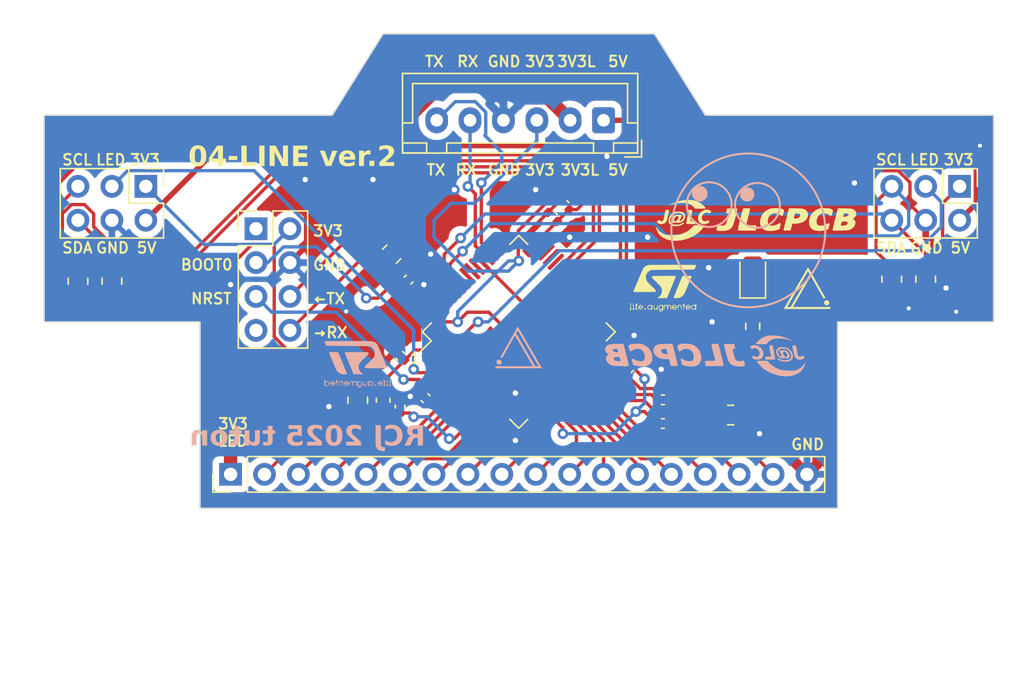
<source format=kicad_pcb>
(kicad_pcb (version 20221018) (generator pcbnew)
  (layers (0 "F.Cu" signal) (31 "B.Cu" signal) (34 "B.Paste" user) (35 "F.Paste" user) (36 "B.SilkS" user "B.Silkscreen") (37 "F.SilkS" user "F.Silkscreen") (38 "B.Mask" user) (39 "F.Mask" user) (44 "Edge.Cuts" user))
  (net 0 "")
  (net 1 "GND")
  (net 2 "Net-(U1-VCAP_1)")
  (net 3 "+3V3")
  (net 4 "Net-(U1-VDDA)")
  (net 5 "Net-(D1-K)")
  (net 6 "5V_LED")
  (net 7 "3V3_LED")
  (net 8 "UART3_RX")
  (net 9 "UART3_TX")
  (net 11 "BOOT0")
  (net 12 "NRST")
  (net 13 "UART1_TX")
  (net 15 "UART1_RX")
  (net 16 "LED_R")
  (net 17 "photo_L_7")
  (net 18 "photo_L_6")
  (net 19 "photo_L_5")
  (net 20 "photo_L_4")
  (net 21 "photo_L_3")
  (net 22 "photo_L_2")
  (net 23 "photo_L_1")
  (net 24 "photo_center")
  (net 25 "photo_front")
  (net 26 "photo_R_1")
  (net 27 "photo_R_2")
  (net 28 "photo_R_3")
  (net 29 "photo_R_4")
  (net 30 "photo_R_5")
  (net 31 "photo_R_6")
  (net 32 "photo_R_7")
  (net 33 "LED_L")
  (net 34 "I2C2_SCL")
  (net 35 "I2C2_SDA")
  (net 36 "Net-(U1-PB2)")
  (net 37 "I2C1_SCL")
  (net 38 "I2C1_SDA")
  (net 49 "I2C3_SDA")
  (net 50 "I2C3_SCL")
  (net 53 "SWDIO")
  (net 54 "SWCLK")
  (footprint "Connector_PinHeader_2.54mm:PinHeader_1x18_P2.54mm_Vertical" (layer "F.Cu") (at 80.01 109.22 90)
    (fp_text reference "J4" hide)
    (fp_text value "Conn_01x18" hide)
  )
  (footprint "Capacitor_SMD:C_0402_1005Metric" (layer "F.Cu") (at 93.345 94.615 -135)
    (fp_text reference "C8" hide)
    (fp_text value "100n" hide)
  )
  (footprint "Connector_PinHeader_2.54mm:PinHeader_2x03_P2.54mm_Vertical" (layer "F.Cu") (at 134.62 87.63 -90)
    (fp_text reference "J3" hide)
    (fp_text value "CS_R" hide)
  )
  (footprint "Resistor_SMD:R_0805_2012Metric" (layer "F.Cu") (at 117.475 104.775)
    (fp_text reference "R2" hide)
    (fp_text value "10k" hide)
  )
  (footprint "Connector_JST:JST_XH_B6B-XH-A_1x06_P2.50mm_Vertical" (layer "F.Cu") (at 107.95 82.677 180)
    (fp_text reference "J1" hide)
    (fp_text value "Conn_01x06" hide)
  )
  (footprint "Connector_PinHeader_2.54mm:PinHeader_2x04_P2.54mm_Vertical" (layer "F.Cu") (at 81.915 90.805)
    (fp_text reference "J2" hide)
    (fp_text value "WRITER CONN" hide)
  )
  (footprint "Package_QFP:LQFP-64_10x10mm_P0.5mm" (layer "F.Cu") (at 101.6 98.536179 45)
    (fp_text reference "U1" hide)
    (fp_text value "STM32F446RETx" hide)
  )
  (footprint "Resistor_SMD:R_0805_2012Metric" (layer "F.Cu") (at 132.08 94.5915 -90)
    (fp_text reference "R5" hide)
    (fp_text value "10k" hide)
  )
  (footprint "Capacitor_SMD:C_0603_1608Metric" (layer "F.Cu") (at 91.44 103.66 -90)
    (fp_text reference "C10" hide)
    (fp_text value "1u" hide)
  )
  (footprint "Capacitor_SMD:C_0402_1005Metric" (layer "F.Cu") (at 92.71 104.14 -90)
    (fp_text reference "C9" hide)
    (fp_text value "100n" hide)
  )
  (footprint "logo:tuton_logo_small" (layer "F.Cu") (at 123.19 95.25)
    (fp_text reference "G***" hide)
    (fp_text value "LOGO" hide)
  )
  (footprint "Connector_PinHeader_2.54mm:PinHeader_2x03_P2.54mm_Vertical" (layer "F.Cu") (at 73.66 87.63 -90)
    (fp_text reference "J5" hide)
    (fp_text value "CS_L" hide)
  )
  (footprint "Capacitor_SMD:C_0402_1005Metric" (layer "F.Cu") (at 105.029 89.027 135)
    (fp_text reference "C7" hide)
    (fp_text value "4.7u" hide)
  )
  (footprint "Resistor_SMD:R_0805_2012Metric" (layer "F.Cu") (at 129.54 94.5915 -90)
    (fp_text reference "R4" hide)
    (fp_text value "10k" hide)
  )
  (footprint "logo:jlcpcb_logo" (layer "F.Cu") (at 119.38 90.17)
    (fp_text reference "G***" hide)
    (fp_text value "LOGO" hide)
  )
  (footprint "Resistor_SMD:R_0805_2012Metric" (layer "F.Cu") (at 71.12 94.742 -90)
    (fp_text reference "R7" hide)
    (fp_text value "10k" hide)
  )
  (footprint "Capacitor_SMD:C_0402_1005Metric" (layer "F.Cu") (at 94.615 103.505 -45)
    (fp_text reference "C1" hide)
    (fp_text value "100n" hide)
  )
  (footprint "Resistor_SMD:R_0603_1608Metric" (layer "F.Cu") (at 119.126 98.1225 90)
    (fp_text reference "R3" hide)
    (fp_text value "470" hide)
  )
  (footprint "logo:st_logo" (layer "F.Cu") (at 112.395 95.25)
    (fp_text reference "G***" hide)
    (fp_text value "LOGO" hide)
  )
  (footprint "Capacitor_SMD:C_0402_1005Metric" (layer "F.Cu") (at 92.71 100.33 -45)
    (fp_text reference "C3" hide)
    (fp_text value "100n" hide)
  )
  (footprint "Resistor_SMD:R_0805_2012Metric" (layer "F.Cu") (at 92.075 92.71 -135)
    (fp_text reference "R1" hide)
    (fp_text value "10k" hide)
  )
  (footprint "Resistor_SMD:R_0805_2012Metric" (layer "F.Cu") (at 68.58 94.742 -90)
    (fp_text reference "R6" hide)
    (fp_text value "10k" hide)
  )
  (footprint "LED_SMD:LED_0805_2012Metric" (layer "F.Cu") (at 119.126 94.3125 90)
    (fp_text reference "D1" hide)
    (fp_text value "LED_GREEN" hide)
  )
  (footprint "Capacitor_SMD:C_0402_1005Metric" (layer "F.Cu") (at 104.14 89.916 -45)
    (fp_text reference "C6" hide)
    (fp_text value "100n" hide)
  )
  (footprint "Capacitor_SMD:C_0402_1005Metric" (layer "F.Cu") (at 109.855 101.260589 45)
    (fp_text reference "C5" hide)
    (fp_text value "100n" hide)
  )
  (footprint "Capacitor_SMD:C_0402_1005Metric" (layer "F.Cu") (at 112.395 105.41 180)
    (fp_text reference "C4" hide)
    (fp_text value "100n" hide)
  )
  (footprint "Capacitor_SMD:C_0402_1005Metric" (layer "F.Cu") (at 112.395 103.632)
    (fp_text reference "C2" hide)
    (fp_text value "4.7u" hide)
  )
  (footprint "Resistor_SMD:R_0805_2012Metric" (layer "F.Cu") (at 89.535 103.66 -90)
    (fp_text reference "FB1" hide)
    (fp_text value "FerriteBead" hide)
  )
  (footprint "logo:tuton_logo_small" (layer "B.Cu") (at 101.6 99.695 180)
    (fp_text reference "G***" hide)
    (fp_text value "LOGO" hide)
  )
  (footprint "logo:jlcpcb_logo" (layer "B.Cu") (at 115.57 100.33 180)
    (fp_text reference "G***" hide)
    (fp_text value "LOGO" hide)
  )
  (footprint "logo:st_logo" (layer "B.Cu") (at 89.535 100.965 180)
    (fp_text reference "G***" hide)
    (fp_text value "LOGO" hide)
  )
  (gr_circle (center 119.476368 89.055619) (end 120.296705 90.521282) (stroke (width 0.15)) (fill none) (layer "B.SilkS"))
  (gr_circle (center 118.714368 88.235282) (end 119.164031 88.138) (stroke (width 0.15)) (fill solid) (layer "B.SilkS"))
  (gr_circle (center 115.862031 88.998381) (end 116.682368 90.464044) (stroke (width 0.15)) (fill none) (layer "B.SilkS"))
  (gr_circle (center 118.793184 90.932) (end 113.205184 92.342162) (stroke (width 0.15)) (fill none) (layer "B.SilkS"))
  (gr_circle (center 115.158368 88.178044) (end 115.666368 88.119707) (stroke (width 0.15)) (fill solid) (layer "B.SilkS"))
  (gr_poly (pts (xy 66.04 82.296) (xy 66.04 97.79) (xy 77.724 97.79) (xy 77.724 111.76) (xy 125.476 111.76) (xy 125.476 97.79) (xy 137.16 97.79) (xy 137.16 82.296) (xy 115.57 82.296) (xy 111.76 76.2) (xy 91.44 76.2) (xy 87.63 82.296)) (stroke (width 0.1)) (fill none) (layer "Edge.Cuts"))
  (gr_text "RCJ 2025 tuton" (at 94.615 107.315) (layer "B.SilkS") (effects (font (size 1.5 1.5) (thickness 0.3) bold) (justify left bottom mirror)))
  (gr_text "TX\n" (at 94.615 86.868) (layer "F.SilkS") (effects (font (size 0.8 0.8)) (justify left bottom)))
  (gr_text "GND\n" (at 99.18 78.74) (layer "F.SilkS") (effects (font (size 0.8 0.8)) (justify left bottom)))
  (gr_text "3V3" (at 86.106 91.44) (layer "F.SilkS") (effects (font (size 0.8 0.8)) (justify left bottom)))
  (gr_text "5V\n" (at 133.858 92.71) (layer "F.SilkS") (effects (font (size 0.8 0.8)) (justify left bottom)))
  (gr_text "GND\n" (at 86.106 93.98) (layer "F.SilkS") (effects (font (size 0.8 0.8)) (justify left bottom)))
  (gr_text "GND\n" (at 121.92 107.442) (layer "F.SilkS") (effects (font (size 0.8 0.8)) (justify left bottom)))
  (gr_text "TX\n" (at 94.488 78.74) (layer "F.SilkS") (effects (font (size 0.8 0.8)) (justify left bottom)))
  (gr_text "RX" (at 96.774 86.868) (layer "F.SilkS") (effects (font (size 0.8 0.8)) (justify left bottom)))
  (gr_text "3V3" (at 101.974 86.868) (layer "F.SilkS") (effects (font (size 0.8 0.8)) (justify left bottom)))
  (gr_text "GND\n" (at 69.85 92.71) (layer "F.SilkS") (effects (font (size 0.8 0.8)) (justify left bottom)))
  (gr_text "3V3" (at 72.39 86.106) (layer "F.SilkS") (effects (font (size 0.8 0.8)) (justify left bottom)))
  (gr_text "5V" (at 108.204 86.868) (layer "F.SilkS") (effects (font (size 0.8 0.8)) (justify left bottom)))
  (gr_text "SCL\n" (at 128.27 86.106) (layer "F.SilkS") (effects (font (size 0.8 0.8)) (justify left bottom)))
  (gr_text "LED\n" (at 130.81 86.106) (layer "F.SilkS") (effects (font (size 0.8 0.8)) (justify left bottom)))
  (gr_text "→RX" (at 86.106 99.06) (layer "F.SilkS") (effects (font (size 0.8 0.8)) (justify left bottom)))
  (gr_text "SDA" (at 67.31 92.71) (layer "F.SilkS") (effects (font (size 0.8 0.8)) (justify left bottom)))
  (gr_text "3V3" (at 133.35 86.106) (layer "F.SilkS") (effects (font (size 0.8 0.8)) (justify left bottom)))
  (gr_text "1" (at 93.345 100.965) (layer "F.SilkS") (effects (font (size 0.8 0.8)) (justify left bottom)))
  (gr_text "NRST\n" (at 76.962 96.52) (layer "F.SilkS") (effects (font (size 0.8 0.8)) (justify left bottom)))
  (gr_text "←TX\n" (at 86.106 96.52) (layer "F.SilkS") (effects (font (size 0.8 0.8)) (justify left bottom)))
  (gr_text "BOOT0\n" (at 76.2 93.98) (layer "F.SilkS") (effects (font (size 0.8 0.8)) (justify left bottom)))
  (gr_text "RX" (at 96.894 78.74) (layer "F.SilkS") (effects (font (size 0.8 0.8)) (justify left bottom)))
  (gr_text "3V3\nLED" (at 78.994 107.188) (layer "F.SilkS") (effects (font (size 0.8 0.8)) (justify left bottom)))
  (gr_text "3V3" (at 101.974 78.74) (layer "F.SilkS") (effects (font (size 0.8 0.8)) (justify left bottom)))
  (gr_text "5V" (at 108.204 78.74) (layer "F.SilkS") (effects (font (size 0.8 0.8)) (justify left bottom)))
  (gr_text "GND\n" (at 130.81 92.71) (layer "F.SilkS") (effects (font (size 0.8 0.8)) (justify left bottom)))
  (gr_text "SCL\n" (at 67.31 86.106) (layer "F.SilkS") (effects (font (size 0.8 0.8)) (justify left bottom)))
  (gr_text "GND\n" (at 99.18 86.868) (layer "F.SilkS") (effects (font (size 0.8 0.8)) (justify left bottom)))
  (gr_text "SDA" (at 128.27 92.71) (layer "F.SilkS") (effects (font (size 0.8 0.8)) (justify left bottom)))
  (gr_text "LED\n" (at 69.85 86.106) (layer "F.SilkS") (effects (font (size 0.8 0.8)) (justify left bottom)))
  (gr_text "3V3L" (at 104.394 78.74) (layer "F.SilkS") (effects (font (size 0.8 0.8)) (justify left bottom)))
  (gr_text "04-LINE ver.2" (at 76.835 86.36) (layer "F.SilkS") (effects (font (size 1.5 1.5) (thickness 0.3) bold) (justify left bottom)))
  (gr_text "5V\n" (at 72.898 92.71) (layer "F.SilkS") (effects (font (size 0.8 0.8)) (justify left bottom)))
  (gr_text "3V3L" (at 104.648 86.868) (layer "F.SilkS") (effects (font (size 0.8 0.8)) (justify left bottom)))
  (segment (start 107.910928 100.250913) (end 109.260015 101.6) (width 0.25) (layer "F.Cu") (net 1))
  (segment (start 101.412523 103.190523) (end 101.65815 103.190523) (width 0.25) (layer "F.Cu") (net 1))
  (segment (start 92.71 103.66) (end 92.215 103.66) (width 0.25) (layer "F.Cu") (net 1))
  (segment (start 120.142 106.172) (end 119.634 106.172) (width 0.8) (layer "F.Cu") (net 1))
  (segment (start 102.355022 92.821175) (end 102.011704 92.477857) (width 0.25) (layer "F.Cu") (net 1))
  (segment (start 98.824606 103.786447) (end 99.42053 103.190523) (width 0.25) (layer "F.Cu") (net 1))
  (segment (start 101.346 103.124) (end 101.412523 103.190523) (width 0.25) (layer "F.Cu") (net 1))
  (segment (start 102.011704 92.477857) (end 102.011704 91.365474) (width 0.25) (layer "F.Cu") (net 1))
  (segment (start 109.260015 101.6) (end 109.515589 101.6) (width 0.25) (layer "F.Cu") (net 1))
  (segment (start 123.989 108.421) (end 123.989 107.696) (width 0.8) (layer "F.Cu") (net 1))
  (segment (start 132.08 90.17) (end 130.905 88.995) (width 0.25) (layer "F.Cu") (net 1))
  (segment (start 93.259589 103.165589) (end 93.204411 103.165589) (width 0.25) (layer "F.Cu") (net 1))
  (segment (start 112.342999 102.79) (end 112.875 103.322001) (width 0.25) (layer "F.Cu") (net 1))
  (segment (start 109.515589 101.6) (end 110.705589 102.79) (width 0.25) (layer "F.Cu") (net 1))
  (segment (start 99.42053 103.190523) (end 101.279477 103.190523) (width 0.25) (layer "F.Cu") (net 1))
  (segment (start 88.671233 97.002767) (end 88.671233 96.113767) (width 0.4) (layer "F.Cu") (net 1))
  (segment (start 85.705 87.229) (end 85.598 87.122) (width 0.4) (layer "F.Cu") (net 1))
  (segment (start 93.472 103.378) (end 93.259589 103.165589) (width 0.25) (layer "F.Cu") (net 1))
  (segment (start 119.126 98.9475) (end 119.126 104.0365) (width 0.25) (layer "F.Cu") (net 1))
  (segment (start 123.095 86.455) (end 115.824 93.726) (width 0.25) (layer "F.Cu") (net 1))
  (segment (start 119.126 104.0365) (end 118.3875 104.775) (width 0.25) (layer "F.Cu") (net 1))
  (segment (start 104.099985 91.44) (end 105.41 91.44) (width 0.25) (layer "F.Cu") (net 1))
  (segment (start 94.275589 103.165589) (end 93.684411 103.165589) (width 0.25) (layer "F.Cu") (net 1))
  (segment (start 112.875 103.322001) (end 112.875 103.632) (width 0.25) (layer "F.Cu") (net 1))
  (segment (start 103.314734 92.225251) (end 102.71881 92.821175) (width 0.25) (layer "F.Cu") (net 1))
  (segment (start 84.455 93.345) (end 86.614 91.186) (width 0.4) (layer "F.Cu") (net 1))
  (segment (start 110.705589 102.79) (end 112.342999 102.79) (width 0.25) (layer "F.Cu") (net 1))
  (segment (start 92.215 103.66) (end 91.44 102.885) (width 0.25) (layer "F.Cu") (net 1))
  (segment (start 123.19 109.22) (end 120.142 106.172) (width 0.8) (layer "F.Cu") (net 1))
  (segment (start 94.693148 96.225521) (end 94.693148 95.284326) (width 0.25) (layer "F.Cu") (net 1))
  (segment (start 130.905 88.995) (end 130.905 87.333299) (width 0.25) (layer "F.Cu") (net 1))
  (segment (start 94.488 94.996) (end 94.404822 94.996) (width 0.25) (layer "F.Cu") (net 1))
  (segment (start 116.078 97.79) (end 117.2355 98.9475) (width 0.25) (layer "F.Cu") (net 1))
  (segment (start 123.19 109.22) (end 123.989 108.421) (width 0.8) (layer "F.Cu") (net 1))
  (segment (start 86.868 91.186) (end 90.678 87.376) (width 0.4) (layer "F.Cu") (net 1))
  (segment (start 113.265 105.8) (end 117.3625 105.8) (width 0.25) (layer "F.Cu") (net 1))
  (segment (start 82.756547 104.14) (end 87.376 104.14) (width 1.2) (layer "F.Cu") (net 1))
  (segment (start 94.693148 95.284326) (end 94.488 95.079178) (width 0.25) (layer "F.Cu") (net 1))
  (segment (start 117.2355 98.9475) (end 119.126 98.9475) (width 0.25) (layer "F.Cu") (net 1))
  (segment (start 94.404822 94.996) (end 93.684411 94.275589) (width 0.25) (layer "F.Cu") (net 1))
  (segment (start 86.614 91.186) (end 86.868 91.186) (width 0.4) (layer "F.Cu") (net 1))
  (segment (start 102.71881 92.821175) (end 102.355022 92.821175) (width 0.25) (layer "F.Cu") (net 1))
  (segment (start 101.279477 103.190523) (end 101.346 103.124) (width 0.25) (layer "F.Cu") (net 1))
  (segment (start 85.705 92.095) (end 85.705 87.229) (width 0.4) (layer "F.Cu") (net 1))
  (segment (start 102.011704 91.365474) (end 104.689589 88.687589) (width 0.25) (layer "F.Cu") (net 1))
  (segment (start 117.3625 105.8) (end 118.3875 104.775) (width 0.25) (layer "F.Cu") (net 1))
  (segment (start 94.488 95.079178) (end 94.488 94.996) (width 0.25) (layer "F.Cu") (net 1))
  (segment (start 93.684411 103.165589) (end 93.472 103.378) (width 0.25) (layer "F.Cu") (net 1))
  (segment (start 112.875 105.41) (end 113.265 105.8) (width 0.25) (layer "F.Cu") (net 1))
  (segment (start 103.314734 92.225251) (end 104.099985 91.44) (width 0.25) (layer "F.Cu") (net 1))
  (segment (start 93.204411 103.165589) (end 92.71 103.66) (width 0.25) (layer "F.Cu") (net 1))
  (segment (start 95.289072 96.821445) (end 94.693148 96.225521) (width 0.25) (layer "F.Cu") (net 1))
  (segment (start 88.671233 96.113767) (end 91.429765 93.355235) (width 0.4) (layer "F.Cu") (net 1))
  (segment (start 90.678 87.376) (end 90.678 87.122) (width 0.4) (layer "F.Cu") (net 1))
  (segment (start 84.455 93.345) (end 85.705 92.095) (width 0.4) (layer "F.Cu") (net 1))
  (segment (start 130.905 87.333299) (end 130.026701 86.455) (width 0.25) (layer "F.Cu") (net 1))
  (segment (start 101.65815 103.190523) (end 103.314734 104.847107) (width 0.25) (layer "F.Cu") (net 1))
  (segment (start 130.026701 86.455) (end 123.095 86.455) (width 0.25) (layer "F.Cu") (net 1))
  (via (at 110.236 98.806) (size 0.8) (drill 0.4) (layers "F.Cu" "B.Cu") (net 1))
  (via (at 116.078 97.79) (size 0.8) (drill 0.4) (layers "F.Cu" "B.Cu") (net 1))
  (via (at 111.252 91.44) (size 0.8) (drill 0.4) (layers "F.Cu" "B.Cu") (net 1))
  (via (at 102.87 87.884) (size 0.8) (drill 0.4) (layers "F.Cu" "B.Cu") (net 1))
  (via (at 93.472 103.378) (size 0.8) (drill 0.4) (layers "F.Cu" "B.Cu") (net 1))
  (via (at 134.366 97.028) (size 0.5) (drill 0.3) (layers "F.Cu" "B.Cu") (net 1))
  (via (at 90.678 87.122) (size 0.8) (drill 0.4) (layers "F.Cu" "B.Cu") (net 1))
  (via (at 119.634 106.172) (size 0.8) (drill 0.4) (layers "F.Cu" "B.Cu") (net 1))
  (via (at 85.598 87.122) (size 0.8) (drill 0.4) (layers "F.Cu" "B.Cu") (net 1))
  (via (at 136.144 84.582) (size 0.5) (drill 0.3) (layers "F.Cu" "B.Cu") (net 1))
  (via (at 96.774 87.884) (size 0.8) (drill 0.4) (layers "F.Cu" "B.Cu") (net 1))
  (via (at 94.996 92.71) (size 0.8) (drill 0.4) (layers "F.Cu" "B.Cu") (net 1))
  (via (at 108.204 85.3815) (size 0.8) (drill 0.4) (layers "F.Cu" "B.Cu") (net 1))
  (via (at 105.41 91.44) (size 0.8) (drill 0.4) (layers "F.Cu" "B.Cu") (net 1))
  (via (at 112.268 101.346) (size 0.8) (drill 0.4) (layers "F.Cu" "B.Cu") (net 1))
  (via (at 115.824 93.726) (size 0.8) (drill 0.4) (layers "F.Cu" "B.Cu") (net 1))
  (via (at 87.376 104.14) (size 0.8) (drill 0.4) (layers "F.Cu" "B.Cu") (net 1))
  (via (at 126.746 87.376) (size 0.8) (drill 0.4) (layers "F.Cu" "B.Cu") (net 1))
  (via (at 101.346 106.68) (size 0.8) (drill 0.4) (layers "F.Cu" "B.Cu") (net 1))
  (via (at 80.01 94.996) (size 0.8) (drill 0.4) (layers "F.Cu" "B.Cu") (net 1))
  (via (at 130.81 96.774) (size 0.5) (drill 0.3) (layers "F.Cu" "B.Cu") (net 1))
  (via (at 101.346 103.124) (size 0.8) (drill 0.4) (layers "F.Cu" "B.Cu") (net 1))
  (via (at 88.671233 97.002767) (size 0.5) (drill 0.3) (layers "F.Cu" "B.Cu") (net 1))
  (via (at 133.604 95.25) (size 0.8) (drill 0.4) (layers "F.Cu" "B.Cu") (net 1))
  (via (at 94.488 94.996) (size 0.8) (drill 0.4) (layers "F.Cu" "B.Cu") (net 1))
  (segment (start 99.108 80.01) (end 99.06 80.01) (width 0.6) (layer "B.Cu") (net 1))
  (segment (start 100.45 82.677) (end 100.45 82.506415) (width 0.6) (layer "B.Cu") (net 1))
  (segment (start 75.545 94.595) (end 79.609 94.595) (width 0.4) (layer "B.Cu") (net 1))
  (segment (start 101.925 81.202) (end 100.45 82.677) (width 0.6) (layer "B.Cu") (net 1))
  (segment (start 100.45 81.352) (end 99.108 80.01) (width 0.6) (layer "B.Cu") (net 1))
  (segment (start 104.062 81.202) (end 104.14 81.28) (width 0.6) (layer "B.Cu") (net 1))
  (segment (start 80.01 94.996) (end 80.411 94.595) (width 0.4) (layer "B.Cu") (net 1))
  (segment (start 115.824 97.536) (end 116.078 97.79) (width 0.25) (layer "B.Cu") (net 1))
  (segment (start 88.601229 97.002767) (end 88.133462 96.535) (width 0.4) (layer "B.Cu") (net 1))
  (segment (start 115.824 93.726) (end 115.824 97.536) (width 0.25) (layer "B.Cu") (net 1))
  (segment (start 88.133462 96.535) (end 87.645 96.535) (width 0.4) (layer "B.Cu") (net 1))
  (segment (start 104.062 81.202) (end 101.925 81.202) (width 0.6) (layer "B.Cu") (net 1))
  (segment (start 100.45 82.677) (end 100.45 81.352) (width 0.6) (layer "B.Cu") (net 1))
  (segment (start 88.671233 97.002767) (end 88.601229 97.002767) (width 0.4) (layer "B.Cu") (net 1))
  (segment (start 87.645 96.535) (end 84.455 93.345) (width 0.4) (layer "B.Cu") (net 1))
  (segment (start 100.45 82.506415) (end 99.383883 81.440299) (width 0.6) (layer "B.Cu") (net 1))
  (segment (start 79.609 94.595) (end 80.01 94.996) (width 0.4) (layer "B.Cu") (net 1))
  (segment (start 80.411 94.595) (end 83.205 94.595) (width 0.4) (layer "B.Cu") (net 1))
  (segment (start 83.205 94.595) (end 84.455 93.345) (width 0.4) (layer "B.Cu") (net 1))
  (segment (start 71.12 90.17) (end 75.545 94.595) (width 0.4) (layer "B.Cu") (net 1))
  (segment (start 107.557375 100.639822) (end 107.557375 100.604466) (width 0.25) (layer "F.Cu") (net 2))
  (segment (start 111.523 103.24) (end 110.157553 103.24) (width 0.25) (layer "F.Cu") (net 2))
  (segment (start 111.915 103.632) (end 111.523 103.24) (width 0.25) (layer "F.Cu") (net 2))
  (segment (start 110.157553 103.24) (end 107.557375 100.639822) (width 0.25) (layer "F.Cu") (net 2))
  (segment (start 101.561704 93.179704) (end 101.561704 90.959876) (width 0.25) (layer "F.Cu") (net 3))
  (segment (start 127.411 93.375) (end 129.54 95.504) (width 0.25) (layer "F.Cu") (net 3))
  (segment (start 103.668287 104.493554) (end 104.902 105.727267) (width 0.25) (layer "F.Cu") (net 3))
  (segment (start 99.351 97.065) (end 103.072364 100.786364) (width 0.25) (layer "F.Cu") (net 3))
  (segment (start 106.68 88.646) (end 105.959589 89.366411) (width 0.25) (layer "F.Cu") (net 3))
  (segment (start 119.126 93.375) (end 117.740589 93.375) (width 0.25) (layer "F.Cu") (net 3))
  (segment (start 94.935519 99.89736) (end 93.821462 99.89736) (width 0.25) (layer "F.Cu") (net 3))
  (segment (start 133.35 94.234) (end 133.35 88.9) (width 0.25) (layer "F.Cu") (net 3))
  (segment (start 91.748242 101.97058) (end 93.049411 100.669411) (width 0.25) (layer "F.Cu") (net 3))
  (segment (start 93.821462 99.89736) (end 93.049411 100.669411) (width 0.25) (layer "F.Cu") (net 3))
  (segment (start 103.072364 100.786364) (end 103.072364 103.897631) (width 0.25) (layer "F.Cu") (net 3))
  (segment (start 102.961181 91.871698) (end 102.961181 91.773641) (width 0.25) (layer "F.Cu") (net 3))
  (segment (start 93.005589 95.245068) (end 94.935519 97.174998) (width 0.25) (layer "F.Cu") (net 3))
  (segment (start 111.018907 104.513907) (end 111.915 105.41) (width 0.25) (layer "F.Cu") (net 3))
  (segment (start 77.943799 95.6545) (end 81.618299 91.98) (width 0.25) (layer "F.Cu") (net 3))
  (segment (start 102.961181 91.773641) (end 104.479411 90.255411) (width 0.25) (layer "F.Cu") (net 3))
  (segment (start 97.753 97.065) (end 99.351 97.065) (width 0.25) (layer "F.Cu") (net 3))
  (segment (start 105.959589 89.366411) (end 105.368411 89.366411) (width 0.25) (layer "F.Cu") (net 3))
  (segment (start 89.535 102.7475) (end 87.115799 102.7475) (width 0.25) (layer "F.Cu") (net 3))
  (segment (start 106.68 87.758396) (end 106.68 88.646) (width 0.25) (layer "F.Cu") (net 3))
  (segment (start 87.115799 102.7475) (end 83.28 98.911701) (width 0.25) (layer "F.Cu") (net 3))
  (segment (start 103.072364 103.897631) (end 103.668287 104.493554) (width 0.25) (layer "F.Cu") (net 3))
  (segment (start 104.902 105.727267) (end 104.902 106.172) (width 0.25) (layer "F.Cu") (net 3))
  (segment (start 104.827382 87.694198) (end 106.615802 87.694198) (width 0.25) (layer "F.Cu") (net 3))
  (segment (start 68.58 95.6545) (end 77.943799 95.6545) (width 0.25) (layer "F.Cu") (net 3))
  (segment (start 83.28 98.911701) (end 83.28 91.98) (width 0.25) (layer "F.Cu") (net 3))
  (segment (start 97.028 97.79) (end 95.550521 97.79) (width 0.25) (layer "F.Cu") (net 3))
  (segment (start 93.005589 94.954411) (end 93.005589 95.245068) (width 0.25) (layer "F.Cu") (net 3))
  (segment (start 89.535 102.7475) (end 90.31192 101.97058) (width 0.25) (layer "F.Cu") (net 3))
  (segment (start 117.740589 93.375) (end 110.194411 100.921178) (width 0.25) (layer "F.Cu") (net 3))
  (segment (start 97.028 97.79) (end 97.753 97.065) (width 0.25) (layer "F.Cu") (net 3))
  (segment (start 81.618299 91.98) (end 83.28 91.98) (width 0.25) (layer "F.Cu") (net 3))
  (segment (start 95.550521 97.79) (end 94.935519 97.174998) (width 0.25) (layer "F.Cu") (net 3))
  (segment (start 108.264481 99.89736) (end 109.170593 99.89736) (width 0.25) (layer "F.Cu") (net 3))
  (segment (start 94.935519 99.89736) (end 94.935519 97.174998) (width 0.25) (layer "F.Cu") (net 3))
  (segment (start 106.615802 87.694198) (end 106.68 87.758396) (width 0.25) (layer "F.Cu") (net 3))
  (segment (start 110.194411 100.921178) (end 110.194411 101.236817) (width 0.25) (layer "F.Cu") (net 3))
  (segment (start 132.08 95.504) (end 133.35 94.234) (width 0.25) (layer "F.Cu") (net 3))
  (segment (start 109.170593 99.89736) (end 110.194411 100.921178) (width 0.25) (layer "F.Cu") (net 3))
  (segment (start 110.194411 101.236817) (end 111.023094 102.0655) (width 0.25) (layer "F.Cu") (net 3))
  (segment (start 101.6 93.218) (end 101.561704 93.179704) (width 0.25) (layer "F.Cu") (net 3))
  (segment (start 133.35 88.9) (end 134.62 87.63) (width 0.25) (layer "F.Cu") (net 3))
  (segment (start 105.368411 89.366411) (end 104.479411 90.255411) (width 0.25) (layer "F.Cu") (net 3))
  (segment (start 119.126 93.375) (end 127.411 93.375) (width 0.25) (layer "F.Cu") (net 3))
  (segment (start 101.561704 90.959876) (end 104.827382 87.694198) (width 0.25) (layer "F.Cu") (net 3))
  (segment (start 129.54 95.504) (end 132.08 95.504) (width 0.25) (layer "F.Cu") (net 3))
  (segment (start 90.31192 101.97058) (end 91.748242 101.97058) (width 0.25) (layer "F.Cu") (net 3))
  (segment (start 110.370093 104.513907) (end 111.018907 104.513907) (width 0.25) (layer "F.Cu") (net 3))
  (segment (start 83.28 91.98) (end 84.455 90.805) (width 0.25) (layer "F.Cu") (net 3))
  (via (at 97.028 97.79) (size 0.8) (drill 0.4) (layers "F.Cu" "B.Cu") (net 3))
  (via (at 101.6 93.218) (size 0.8) (drill 0.4) (layers "F.Cu" "B.Cu") (net 3))
  (via (at 104.902 106.172) (size 0.8) (drill 0.4) (layers "F.Cu" "B.Cu") (net 3))
  (via (at 110.370093 104.513907) (size 0.8) (drill 0.4) (layers "F.Cu" "B.Cu") (net 3))
  (via (at 111.023094 102.0655) (size 0.8) (drill 0.4) (layers "F.Cu" "B.Cu") (net 3))
  (segment (start 96.52 88.9) (end 95.25 90.17) (width 0.25) (layer "B.Cu") (net 3))
  (segment (start 100.82602 93.218) (end 97.028 97.01602) (width 0.25) (layer "B.Cu") (net 3))
  (segment (start 98.280097 88.9) (end 96.52 88.9) (width 0.25) (layer "B.Cu") (net 3))
  (segment (start 95.25 90.17) (end 95.25 91.44) (width 0.25) (layer "B.Cu") (net 3))
  (segment (start 111.023094 103.860906) (end 110.370093 104.513907) (width 0.25) (layer "B.Cu") (net 3))
  (segment (start 95.25 91.44) (end 97.79 93.98) (width 0.25) (layer "B.Cu") (net 3))
  (segment (start 73.66 87.63) (end 78.01 91.98) (width 0.25) (layer "B.Cu") (net 3))
  (segment (start 104.902 106.172) (end 108.712 106.172) (width 0.25) (layer "B.Cu") (net 3))
  (segment (start 97.79 93.98) (end 100.838 93.98) (width 0.25) (layer "B.Cu") (net 3))
  (segment (start 83.28 91.98) (end 84.455 90.805) (width 0.25) (layer "B.Cu") (net 3))
  (segment (start 97.028 97.01602) (end 97.028 97.79) (width 0.25) (layer "B.Cu") (net 3))
  (segment (start 102.95 84.230097) (end 98.280097 88.9) (width 0.25) (layer "B.Cu") (net 3))
  (segment (start 111.023094 102.0655) (end 111.023094 103.860906) (width 0.25) (layer "B.Cu") (net 3))
  (segment (start 100.838 93.98) (end 101.6 93.218) (width 0.25) (layer "B.Cu") (net 3))
  (segment (start 102.95 82.677) (end 102.95 84.230097) (width 0.25) (layer "B.Cu") (net 3))
  (segment (start 78.01 91.98) (end 83.28 91.98) (width 0.25) (layer "B.Cu") (net 3))
  (segment (start 108.712 106.172) (end 110.370093 104.513907) (width 0.25) (layer "B.Cu") (net 3))
  (segment (start 101.6 93.218) (end 100.82602 93.218) (width 0.25) (layer "B.Cu") (net 3))
  (segment (start 91.44 104.435) (end 92.525 104.435) (width 0.25) (layer "F.Cu") (net 4))
  (segment (start 93.444 104.62) (end 93.726 104.902) (width 0.25) (layer "F.Cu") (net 4))
  (segment (start 92.71 104.62) (end 93.444 104.62) (width 0.25) (layer "F.Cu") (net 4))
  (segment (start 96.384272 106.544271) (end 96.773888 106.544271) (width 0.25) (layer "F.Cu") (net 4))
  (segment (start 92.525 104.435) (end 92.71 104.62) (width 0.25) (layer "F.Cu") (net 4))
  (segment (start 91.3025 104.5725) (end 91.44 104.435) (width 0.25) (layer "F.Cu") (net 4))
  (segment (start 89.535 104.5725) (end 91.3025 104.5725) (width 0.25) (layer "F.Cu") (net 4))
  (segment (start 96.773888 106.544271) (end 99.178159 104.14) (width 0.25) (layer "F.Cu") (net 4))
  (via (at 96.384272 106.544271) (size 0.8) (drill 0.4) (layers "F.Cu" "B.Cu") (net 4))
  (via (at 93.726 104.902) (size 0.8) (drill 0.4) (layers "F.Cu" "B.Cu") (net 4))
  (segment (start 94.742001 104.902) (end 96.384272 106.544271) (width 0.25) (layer "B.Cu") (net 4))
  (segment (start 93.726 104.902) (end 94.742001 104.902) (width 0.25) (layer "B.Cu") (net 4))
  (segment (start 119.126 95.25) (end 119.126 97.2975) (width 0.25) (layer "F.Cu") (net 5))
  (segment (start 134.62 84.582) (end 112.522 84.582) (width 0.4) (layer "F.Cu") (net 6))
  (segment (start 134.62 90.17) (end 135.87 88.92) (width 0.4) (layer "F.Cu") (net 6))
  (segment (start 135.87 85.832) (end 134.62 84.582) (width 0.4) (layer "F.Cu") (net 6))
  (segment (start 112.522 84.582) (end 79.248 84.582) (width 0.4) (layer "F.Cu") (net 6))
  (segment (start 112.522 84.582) (end 110.617 82.677) (width 0.4) (layer "F.Cu") (net 6))
  (segment (start 110.617 82.677) (end 107.95 82.677) (width 0.4) (layer "F.Cu") (net 6))
  (segment (start 79.248 84.582) (end 73.66 90.17) (width 0.4) (layer "F.Cu") (net 6))
  (segment (start 135.87 88.92) (end 135.87 85.832) (width 0.4) (layer "F.Cu") (net 6))
  (segment (start 78.673025 96.867) (end 67.72957 96.867) (width 1) (layer "F.Cu") (net 7))
  (segment (start 70.335968 83.682) (end 92.127969 83.682) (width 1) (layer "F.Cu") (net 7))
  (segment (start 67.72957 96.867) (end 66.58 95.71743) (width 1) (layer "F.Cu") (net 7))
  (segment (start 92.127969 83.682) (end 95.799969 80.01) (width 1) (layer "F.Cu") (net 7))
  (segment (start 80.01 109.22) (end 80.01 98.203975) (width 1) (layer "F.Cu") (net 7))
  (segment (start 102.783 80.01) (end 105.45 82.677) (width 1) (layer "F.Cu") (net 7))
  (segment (start 95.799969 80.01) (end 102.783 80.01) (width 1) (layer "F.Cu") (net 7))
  (segment (start 80.01 98.203975) (end 78.673025 96.867) (width 1) (layer "F.Cu") (net 7))
  (segment (start 66.58 95.71743) (end 66.58 87.437968) (width 1) (layer "F.Cu") (net 7))
  (segment (start 66.58 87.437968) (end 70.335968 83.682) (width 1) (layer "F.Cu") (net 7))
  (segment (start 98.34275 88.18275) (end 97.79 87.63) (width 0.25) (layer "F.Cu") (net 8))
  (segment (start 99.178159 92.932358) (end 98.34275 92.096949) (width 0.25) (layer "F.Cu") (net 8))
  (segment (start 98.34275 92.096949) (end 98.34275 88.18275) (width 0.25) (layer "F.Cu") (net 8))
  (via (at 97.79 87.63) (size 0.8) (drill 0.4) (layers "F.Cu" "B.Cu") (net 8))
  (segment (start 97.95 87.47) (end 97.79 87.63) (width 0.25) (layer "B.Cu") (net 8))
  (segment (start 97.95 82.677) (end 97.95 87.47) (width 0.25) (layer "B.Cu") (net 8))
  (segment (start 98.79275 87.362748) (end 98.79275 91.839841) (width 0.25) (layer "F.Cu") (net 9))
  (segment (start 98.79275 91.839841) (end 99.531713 92.578804) (width 0.25) (layer "F.Cu") (net 9))
  (via (at 98.79275 87.362748) (size 0.8) (drill 0.4) (layers "F.Cu" "B.Cu") (net 9))
  (segment (start 96.847 81.28) (end 97.79 81.28) (width 0.25) (layer "B.Cu") (net 9))
  (segment (start 97.79 81.28) (end 98.339701 81.28) (width 0.25) (layer "B.Cu") (net 9))
  (segment (start 100.33 85.09) (end 100.33 85.825498) (width 0.25) (layer "B.Cu") (net 9))
  (segment (start 95.45 82.677) (end 96.847 81.28) (width 0.25) (layer "B.Cu") (net 9))
  (segment (start 99.06 83.82) (end 100.33 85.09) (width 0.25) (layer "B.Cu") (net 9))
  (segment (start 98.339701 81.28) (end 99.125 82.065299) (width 0.25) (layer "B.Cu") (net 9))
  (segment (start 100.33 85.825498) (end 98.79275 87.362748) (width 0.25) (layer "B.Cu") (net 9))
  (segment (start 99.125 82.065299) (end 99.125 83.755) (width 0.25) (layer "B.Cu") (net 9))
  (segment (start 99.125 83.755) (end 99.06 83.82) (width 0.25) (layer "B.Cu") (net 9))
  (segment (start 92.720235 92.064765) (end 92.720235 92.131288) (width 0.25) (layer "F.Cu") (net 11))
  (segment (start 91.049974 96.012) (end 92.720235 94.341739) (width 0.25) (layer "F.Cu") (net 11))
  (segment (start 90.17 96.012) (end 91.049974 96.012) (width 0.25) (layer "F.Cu") (net 11))
  (segment (start 92.720235 94.341739) (end 92.720235 92.064765) (width 0.25) (layer "F.Cu") (net 11))
  (segment (start 92.720235 92.131288) (end 96.349732 95.760785) (width 0.25) (layer "F.Cu") (net 11))
  (via (at 90.17 96.012) (size 0.8) (drill 0.4) (layers "F.Cu" "B.Cu") (net 11))
  (segment (start 90.17 96.012) (end 90.17 95.882898) (width 0.25) (layer "B.Cu") (net 11))
  (segment (start 86.457102 92.17) (end 83.968299 92.17) (width 0.25) (layer "B.Cu") (net 11))
  (segment (start 83.968299 92.17) (end 82.793299 93.345) (width 0.25) (layer "B.Cu") (net 11))
  (segment (start 90.17 95.882898) (end 86.457102 92.17) (width 0.25) (layer "B.Cu") (net 11))
  (segment (start 82.793299 93.345) (end 81.915 93.345) (width 0.25) (layer "B.Cu") (net 11))
  (segment (start 97.056839 102.01868) (end 95.231108 103.844411) (width 0.25) (layer "F.Cu") (net 12))
  (segment (start 94.116026 102.108) (end 95.34676 103.338734) (width 0.25) (layer "F.Cu") (net 12))
  (segment (start 95.34676 103.338734) (end 95.34676 103.452062) (width 0.25) (layer "F.Cu") (net 12))
  (segment (start 95.231108 103.844411) (end 94.954411 103.844411) (width 0.25) (layer "F.Cu") (net 12))
  (segment (start 92.964 102.108) (end 94.116026 102.108) (width 0.25) (layer "F.Cu") (net 12))
  (segment (start 95.34676 103.452062) (end 94.954411 103.844411) (width 0.25) (layer "F.Cu") (net 12))
  (via (at 92.964 102.108) (size 0.8) (drill 0.4) (layers "F.Cu" "B.Cu") (net 12))
  (segment (start 81.915 95.885) (end 83.09 97.06) (width 0.25) (layer "B.Cu") (net 12))
  (segment (start 87.916 97.06) (end 92.964 102.108) (width 0.25) (layer "B.Cu") (net 12))
  (segment (start 83.09 97.06) (end 87.916 97.06) (width 0.25) (layer "B.Cu") (net 12))
  (segment (start 94.176 86.164) (end 84.455 95.885) (width 0.25) (layer "F.Cu") (net 13))
  (segment (start 107.638 91.437519) (end 107.638 87.443604) (width 0.25) (layer "F.Cu") (net 13))
  (segment (start 106.358396 86.164) (end 94.176 86.164) (width 0.25) (layer "F.Cu") (net 13))
  (segment (start 105.082501 93.993018) (end 107.638 91.437519) (width 0.25) (layer "F.Cu") (net 13))
  (segment (start 107.638 87.443604) (end 106.358396 86.164) (width 0.25) (layer "F.Cu") (net 13))
  (segment (start 106.172 86.614) (end 96.266 86.614) (width 0.25) (layer "F.Cu") (net 15))
  (segment (start 96.266 86.614) (end 84.455 98.425) (width 0.25) (layer "F.Cu") (net 15))
  (segment (start 107.188 87.63) (end 106.172 86.614) (width 0.25) (layer "F.Cu") (net 15))
  (segment (start 107.188 91.180413) (end 107.188 87.63) (width 0.25) (layer "F.Cu") (net 15))
  (segment (start 104.728948 93.639465) (end 107.188 91.180413) (width 0.25) (layer "F.Cu") (net 15))
  (segment (start 98.552 97.79) (end 98.457091 97.79) (width 0.25) (layer "F.Cu") (net 16))
  (segment (start 98.457091 97.79) (end 95.642625 100.604466) (width 0.25) (layer "F.Cu") (net 16))
  (via (at 98.552 97.79) (size 0.8) (drill 0.4) (layers "F.Cu" "B.Cu") (net 16))
  (segment (start 98.552 97.79) (end 99.314 97.79) (width 0.25) (layer "B.Cu") (net 16))
  (segment (start 131.455701 92.456) (end 133.255 90.656701) (width 0.25) (layer "B.Cu") (net 16))
  (segment (start 133.255 88.805) (end 132.08 87.63) (width 0.25) (layer "B.Cu") (net 16))
  (segment (start 104.648 92.456) (end 131.455701 92.456) (width 0.25) (layer "B.Cu") (net 16))
  (segment (start 99.314 97.79) (end 104.648 92.456) (width 0.25) (layer "B.Cu") (net 16))
  (segment (start 133.255 90.656701) (end 133.255 88.805) (width 0.25) (layer "B.Cu") (net 16))
  (segment (start 85.99 105.78) (end 94.002625 105.78) (width 0.25) (layer "F.Cu") (net 17))
  (segment (start 94.002625 105.78) (end 97.410392 102.372233) (width 0.25) (layer "F.Cu") (net 17))
  (segment (start 82.55 109.22) (end 85.99 105.78) (width 0.25) (layer "F.Cu") (net 17))
  (segment (start 88.08 106.23) (end 94.295087 106.23) (width 0.25) (layer "F.Cu") (net 18))
  (segment (start 94.295087 106.23) (end 97.763946 102.761141) (width 0.25) (layer "F.Cu") (net 18))
  (segment (start 97.763946 102.761141) (end 97.763946 102.725787) (width 0.25) (layer "F.Cu") (net 18))
  (segment (start 85.09 109.22) (end 88.08 106.23) (width 0.25) (layer "F.Cu") (net 18))
  (segment (start 90.17 106.68) (end 94.516839 106.68) (width 0.25) (layer "F.Cu") (net 19))
  (segment (start 87.63 109.22) (end 90.17 106.68) (width 0.25) (layer "F.Cu") (net 19))
  (segment (start 94.516839 106.68) (end 98.117499 103.07934) (width 0.25) (layer "F.Cu") (net 19))
  (segment (start 98.471052 103.432893) (end 94.308945 107.595) (width 0.25) (layer "F.Cu") (net 20))
  (segment (start 91.795 107.595) (end 90.17 109.22) (width 0.25) (layer "F.Cu") (net 20))
  (segment (start 94.308945 107.595) (end 91.795 107.595) (width 0.25) (layer "F.Cu") (net 20))
  (segment (start 93.885 108.045) (end 92.71 109.22) (width 0.25) (layer "F.Cu") (net 21))
  (segment (start 95.980267 108.045) (end 93.885 108.045) (width 0.25) (layer "F.Cu") (net 21))
  (segment (start 99.531713 104.493554) (end 95.980267 108.045) (width 0.25) (layer "F.Cu") (net 21))
  (segment (start 95.512373 109.22) (end 95.25 109.22) (width 0.25) (layer "F.Cu") (net 22))
  (segment (start 99.885266 104.847107) (end 95.512373 109.22) (width 0.25) (layer "F.Cu") (net 22))
  (segment (start 100.238819 106.771181) (end 97.79 109.22) (width 0.25) (layer "F.Cu") (net 23))
  (segment (start 100.238819 105.20066) (end 100.238819 106.771181) (width 0.25) (layer "F.Cu") (net 23))
  (segment (start 105.918 106.036159) (end 105.918 106.934) (width 0.25) (layer "F.Cu") (net 24))
  (segment (start 105.918 106.934) (end 105.156 107.696) (width 0.25) (layer "F.Cu") (net 24))
  (segment (start 104.394 107.696) (end 102.87 109.22) (width 0.25) (layer "F.Cu") (net 24))
  (segment (start 105.156 107.696) (end 104.394 107.696) (width 0.25) (layer "F.Cu") (net 24))
  (segment (start 104.021841 104.14) (end 105.918 106.036159) (width 0.25) (layer "F.Cu") (net 24))
  (segment (start 100.33 109.22) (end 102.961181 106.588819) (width 0.25) (layer "F.Cu") (net 25))
  (segment (start 102.961181 106.588819) (end 102.961181 105.20066) (width 0.25) (layer "F.Cu") (net 25))
  (segment (start 104.375394 103.786447) (end 107.188 106.599053) (width 0.25) (layer "F.Cu") (net 26))
  (segment (start 105.41 109.22) (end 105.067764 109.562236) (width 0.25) (layer "F.Cu") (net 26))
  (segment (start 107.188 106.599053) (end 107.188 107.442) (width 0.25) (layer "F.Cu") (net 26))
  (segment (start 107.188 107.442) (end 105.41 109.22) (width 0.25) (layer "F.Cu") (net 26))
  (segment (start 107.95 109.22) (end 107.95 106.653945) (width 0.25) (layer "F.Cu") (net 27))
  (segment (start 107.95 106.653945) (end 104.728948 103.432893) (width 0.25) (layer "F.Cu") (net 27))
  (segment (start 110.49 108.486839) (end 105.082501 103.07934) (width 0.25) (layer "F.Cu") (net 28))
  (segment (start 110.49 109.22) (end 110.49 108.486839) (width 0.25) (layer "F.Cu") (net 28))
  (segment (start 111.855 108.045) (end 110.755267 108.045) (width 0.25) (layer "F.Cu") (net 29))
  (segment (start 113.03 109.22) (end 111.855 108.045) (width 0.25) (layer "F.Cu") (net 29))
  (segment (start 110.755267 108.045) (end 105.436054 102.725787) (width 0.25) (layer "F.Cu") (net 29))
  (segment (start 115.57 109.22) (end 113.945 107.595) (width 0.25) (layer "F.Cu") (net 30))
  (segment (start 111.012375 107.595) (end 105.789608 102.372233) (width 0.25) (layer "F.Cu") (net 30))
  (segment (start 113.945 107.595) (end 111.012375 107.595) (width 0.25) (layer "F.Cu") (net 30))
  (segment (start 118.11 109.22) (end 116.035 107.145) (width 0.25) (layer "F.Cu") (net 31))
  (segment (start 111.269481 107.145) (end 106.143161 102.01868) (width 0.25) (layer "F.Cu") (net 31))
  (segment (start 116.035 107.145) (end 111.269481 107.145) (width 0.25) (layer "F.Cu") (net 31))
  (segment (start 118.125 106.695) (end 111.526587 106.695) (width 0.25) (layer "F.Cu") (net 32))
  (segment (start 111.526587 106.695) (end 106.496714 101.665127) (width 0.25) (layer "F.Cu") (net 32))
  (segment (start 120.65 109.22) (end 118.125 106.695) (width 0.25) (layer "F.Cu") (net 32))
  (segment (start 95.354199 101.6) (end 95.996179 100.95802) (width 0.25) (layer "F.Cu") (net 33))
  (segment (start 93.98 101.6) (end 95.354199 101.6) (width 0.25) (layer "F.Cu") (net 33))
  (segment (start 93.726 101.346) (end 93.98 101.6) (width 0.25) (layer "F.Cu") (net 33))
  (via (at 93.726 101.346) (size 0.8) (drill 0.4) (layers "F.Cu" "B.Cu") (net 33))
  (segment (start 93.726 98.414299) (end 93.726 101.346) (width 0.25) (layer "B.Cu") (net 33))
  (segment (start 71.12 87.63) (end 72.295 86.455) (width 0.25) (layer "B.Cu") (net 33))
  (segment (start 72.295 86.455) (end 81.766701 86.455) (width 0.25) (layer "B.Cu") (net 33))
  (segment (start 81.766701 86.455) (end 93.726 98.414299) (width 0.25) (layer "B.Cu") (net 33))
  (segment (start 69.755 89.683299) (end 69.755 90.656701) (width 0.25) (layer "F.Cu") (net 34))
  (segment (start 76.354104 93.3795) (end 84.469604 85.264) (width 0.25) (layer "F.Cu") (net 34))
  (segment (start 108.173152 98.574475) (end 108.03173 98.574475) (width 0.25) (layer "F.Cu") (net 34))
  (segment (start 67.405 88.805) (end 67.405 92.6545) (width 0.25) (layer "F.Cu") (net 34))
  (segment (start 67.405 89.683299) (end 68.093299 88.995) (width 0.25) (layer "F.Cu") (net 34))
  (segment (start 109.663958 97.083669) (end 108.173152 98.574475) (width 0.25) (layer "F.Cu") (net 34))
  (segment (start 67.405 92.6545) (end 68.58 93.8295) (width 0.25) (layer "F.Cu") (net 34))
  (segment (start 106.731188 85.264) (end 109.663958 88.19677) (width 0.25) (layer "F.Cu") (net 34))
  (segment (start 72.477799 93.3795) (end 76.354104 93.3795) (width 0.25) (layer "F.Cu") (net 34))
  (segment (start 108.03173 98.574475) (end 106.607898 99.998307) (width 0.25) (layer "F.Cu") (net 34))
  (segment (start 106.607898 99.998307) (end 106.607898 100.362097) (width 0.25) (layer "F.Cu") (net 34))
  (segment (start 84.469604 85.264) (end 106.731188 85.264) (width 0.25) (layer "F.Cu") (net 34))
  (segment (start 69.066701 88.995) (end 69.755 89.683299) (width 0.25) (layer "F.Cu") (net 34))
  (segment (start 109.663958 88.19677) (end 109.663958 97.083669) (width 0.25) (layer "F.Cu") (net 34))
  (segment (start 68.093299 88.995) (end 69.066701 88.995) (width 0.25) (layer "F.Cu") (net 34))
  (segment (start 67.405 92.6545) (end 67.405 89.683299) (width 0.25) (layer "F.Cu") (net 34))
  (segment (start 68.58 87.63) (end 67.405 88.805) (width 0.25) (layer "F.Cu") (net 34))
  (segment (start 69.755 90.656701) (end 72.477799 93.3795) (width 0.25) (layer "F.Cu") (net 34))
  (segment (start 106.607898 100.362097) (end 107.203821 100.95802) (width 0.25) (layer "F.Cu") (net 34))
  (segment (start 68.58 90.17) (end 71.12 92.71) (width 0.25) (layer "F.Cu") (net 35))
  (segment (start 76.5405 93.8295) (end 84.656 85.714) (width 0.25) (layer "F.Cu") (net 35))
  (segment (start 84.656 85.714) (end 106.544792 85.714) (width 0.25) (layer "F.Cu") (net 35))
  (segment (start 109.213958 88.383166) (end 109.213958 96.897273) (width 0.25) (layer "F.Cu") (net 35))
  (segment (start 106.544792 85.714) (end 109.213958 88.383166) (width 0.25) (layer "F.Cu") (net 35))
  (segment (start 103.66317 98.124475) (end 98.824606 93.285911) (width 0.25) (layer "F.Cu") (net 35))
  (segment (start 71.12 92.71) (end 71.12 93.8295) (width 0.25) (layer "F.Cu") (net 35))
  (segment (start 109.213958 96.897273) (end 107.986756 98.124475) (width 0.25) (layer "F.Cu") (net 35))
  (segment (start 107.986756 98.124475) (end 103.66317 98.124475) (width 0.25) (layer "F.Cu") (net 35))
  (segment (start 71.12 93.8295) (end 76.5405 93.8295) (width 0.25) (layer "F.Cu") (net 35))
  (segment (start 111.00151 103.69) (end 112.08651 104.775) (width 0.25) (layer "F.Cu") (net 36))
  (segment (start 112.08651 104.775) (end 116.5625 104.775) (width 0.25) (layer "F.Cu") (net 36))
  (segment (start 109.228695 103.69) (end 111.00151 103.69) (width 0.25) (layer "F.Cu") (net 36))
  (segment (start 106.850268 101.311573) (end 109.228695 103.69) (width 0.25) (layer "F.Cu") (net 36))
  (segment (start 97.394549 92.4935) (end 96.460915 93.427134) (width 0.25) (layer "F.Cu") (net 37))
  (segment (start 129.54 93.679) (end 128.365 92.504) (width 0.25) (layer "F.Cu") (net 37))
  (segment (start 96.460915 93.427134) (end 96.460915 94.457754) (width 0.25) (layer "F.Cu") (net 37))
  (segment (start 128.365 88.805) (end 129.54 87.63) (width 0.25) (layer "F.Cu") (net 37))
  (segment (start 128.365 92.504) (end 128.365 88.805) (width 0.25) (layer "F.Cu") (net 37))
  (segment (start 96.460915 94.457754) (end 97.056839 95.053678) (width 0.25) (layer "F.Cu") (net 37))
  (via (at 97.394549 92.4935) (size 0.8) (drill 0.4) (layers "F.Cu" "B.Cu") (net 37))
  (segment (start 112.681 91.345) (end 130.026701 91.345) (width 0.25) (layer "B.Cu") (net 37))
  (segment (start 97.394549 92.4935) (end 99.464049 90.424) (width 0.25) (layer "B.Cu") (net 37))
  (segment (start 111.76 90.424) (end 112.681 91.345) (width 0.25) (layer "B.Cu") (net 37))
  (segment (start 130.81 90.561701) (end 130.81 88.9) (width 0.25) (layer "B.Cu") (net 37))
  (segment (start 130.81 88.9) (end 129.54 87.63) (width 0.25) (layer "B.Cu") (net 37))
  (segment (start 130.026701 91.345) (end 130.81 90.561701) (width 0.25) (layer "B.Cu") (net 37))
  (segment (start 99.464049 90.424) (end 111.76 90.424) (width 0.25) (layer "B.Cu") (net 37))
  (segment (start 132.08 92.71) (end 132.08 93.679) (width 0.25) (layer "F.Cu") (net 38))
  (segment (start 96.010915 92.738732) (end 96.010915 94.71486) (width 0.25) (layer "F.Cu") (net 38))
  (segment (start 96.010915 94.71486) (end 96.703286 95.407231) (width 0.25) (layer "F.Cu") (net 38))
  (segment (start 97.24429 91.505357) (end 96.010915 92.738732) (width 0.25) (layer "F.Cu") (net 38))
  (segment (start 129.54 90.17) (end 132.08 92.71) (width 0.25) (layer "F.Cu") (net 38))
  (via (at 97.24429 91.505357) (size 0.8) (drill 0.4) (layers "F.Cu" "B.Cu") (net 38))
  (segment (start 97.24429 91.505357) (end 99.050647 89.699) (width 0.25) (layer "B.Cu") (net 38))
  (segment (start 99.050647 89.699) (end 129.069 89.699) (width 0.25) (layer "B.Cu") (net 38))
  (segment (start 129.069 89.699) (end 129.54 90.17) (width 0.25) (layer "B.Cu") (net 38))
  (zone (net 1) (net_name "GND") (layers "F&B.Cu") (connect_pads (clearance 0.5)) (min_thickness 0.25) (fill yes (thermal_gap 0.5) (thermal_bridge_width 0.5))
    (polygon (pts (xy 63.5 73.66) (xy 62.738 125.476) (xy 139.192 118.872) (xy 139.446 73.66)))
  )
)
</source>
